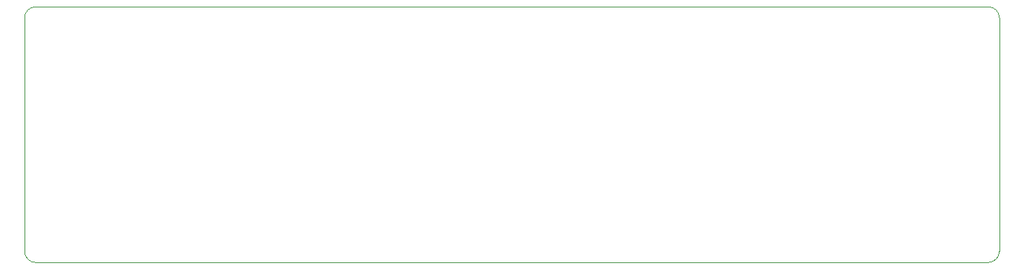
<source format=gm1>
G04 #@! TF.GenerationSoftware,KiCad,Pcbnew,9.0.3*
G04 #@! TF.CreationDate,2025-08-08T01:45:00-07:00*
G04 #@! TF.ProjectId,Untitled,556e7469-746c-4656-942e-6b696361645f,rev?*
G04 #@! TF.SameCoordinates,Original*
G04 #@! TF.FileFunction,Profile,NP*
%FSLAX46Y46*%
G04 Gerber Fmt 4.6, Leading zero omitted, Abs format (unit mm)*
G04 Created by KiCad (PCBNEW 9.0.3) date 2025-08-08 01:45:00*
%MOMM*%
%LPD*%
G01*
G04 APERTURE LIST*
G04 #@! TA.AperFunction,Profile*
%ADD10C,0.038100*%
G04 #@! TD*
G04 APERTURE END LIST*
D10*
X200423000Y-118256000D02*
G75*
G02*
X199153000Y-119526000I-1270000J0D01*
G01*
X199153000Y-90316000D02*
G75*
G02*
X200423000Y-91586000I0J-1270000D01*
G01*
X90625000Y-119526000D02*
G75*
G02*
X89355000Y-118256000I0J1270000D01*
G01*
X90625000Y-119526000D02*
X199153000Y-119526000D01*
X89355000Y-91586000D02*
G75*
G02*
X90625000Y-90316000I1270000J0D01*
G01*
X199153000Y-90316000D02*
X90625000Y-90316000D01*
X89355000Y-91586000D02*
X89355000Y-118256000D01*
X200423000Y-118256000D02*
X200423000Y-91586000D01*
M02*

</source>
